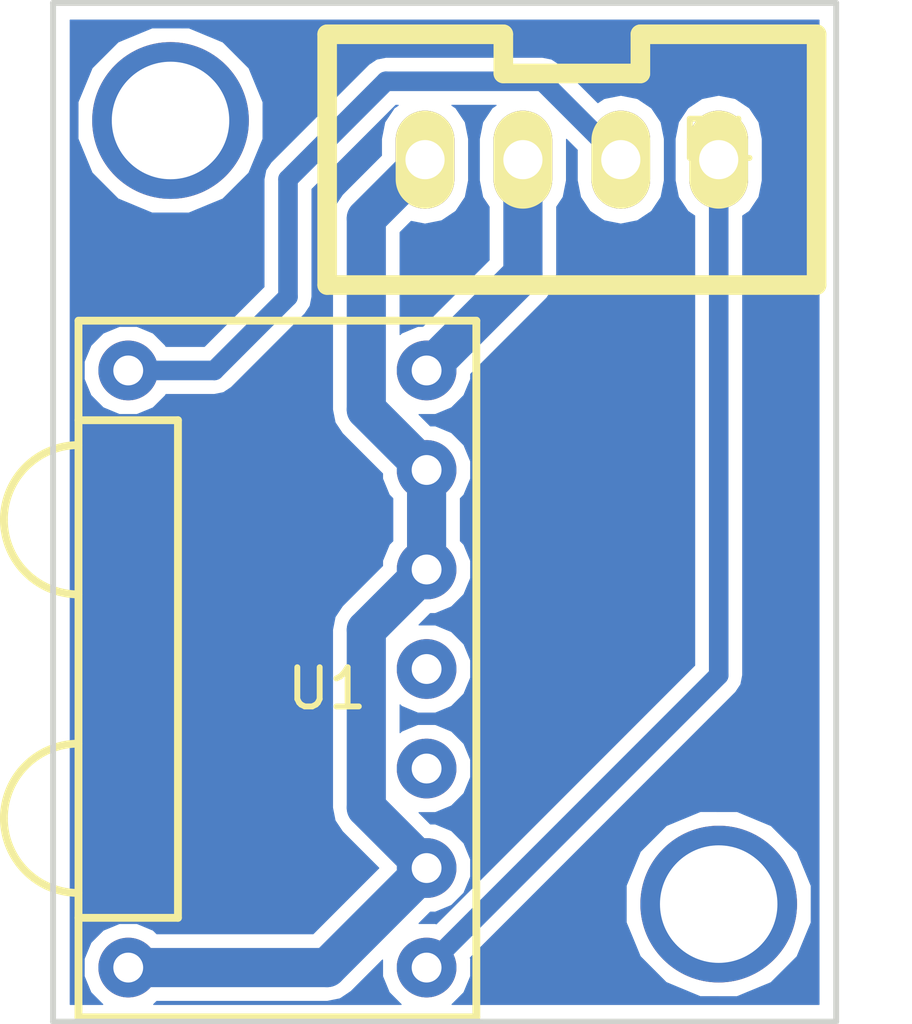
<source format=kicad_pcb>
(kicad_pcb (version 4) (host pcbnew 4.0.4-stable)

  (general
    (links 7)
    (no_connects 0)
    (area -0.075001 -0.075001 20.075001 26.075001)
    (thickness 1.6)
    (drawings 4)
    (tracks 21)
    (zones 0)
    (modules 2)
    (nets 5)
  )

  (page A4)
  (layers
    (0 F.Cu signal)
    (31 B.Cu signal)
    (32 B.Adhes user)
    (33 F.Adhes user)
    (34 B.Paste user)
    (35 F.Paste user)
    (36 B.SilkS user)
    (37 F.SilkS user)
    (38 B.Mask user)
    (39 F.Mask user)
    (40 Dwgs.User user)
    (41 Cmts.User user)
    (42 Eco1.User user)
    (43 Eco2.User user)
    (44 Edge.Cuts user)
    (45 Margin user)
    (46 B.CrtYd user)
    (47 F.CrtYd user)
    (48 B.Fab user)
    (49 F.Fab user)
  )

  (setup
    (last_trace_width 1)
    (user_trace_width 0.5)
    (user_trace_width 1)
    (trace_clearance 0.2)
    (zone_clearance 0.35)
    (zone_45_only no)
    (trace_min 0.2)
    (segment_width 0.2)
    (edge_width 0.15)
    (via_size 0.6)
    (via_drill 0.4)
    (via_min_size 0.4)
    (via_min_drill 0.3)
    (user_via 1.2 0.8)
    (user_via 4 3)
    (uvia_size 0.3)
    (uvia_drill 0.1)
    (uvias_allowed no)
    (uvia_min_size 0.2)
    (uvia_min_drill 0.1)
    (pcb_text_width 0.3)
    (pcb_text_size 1.5 1.5)
    (mod_edge_width 0.15)
    (mod_text_size 1 1)
    (mod_text_width 0.15)
    (pad_size 1.524 1.524)
    (pad_drill 0.762)
    (pad_to_mask_clearance 0.2)
    (aux_axis_origin 0 0)
    (visible_elements 7FFFFFFF)
    (pcbplotparams
      (layerselection 0x01000_80000000)
      (usegerberextensions false)
      (excludeedgelayer true)
      (linewidth 0.100000)
      (plotframeref false)
      (viasonmask false)
      (mode 1)
      (useauxorigin false)
      (hpglpennumber 1)
      (hpglpenspeed 20)
      (hpglpendiameter 15)
      (hpglpenoverlay 2)
      (psnegative false)
      (psa4output false)
      (plotreference true)
      (plotvalue true)
      (plotinvisibletext false)
      (padsonsilk false)
      (subtractmaskfromsilk false)
      (outputformat 1)
      (mirror false)
      (drillshape 0)
      (scaleselection 1)
      (outputdirectory ""))
  )

  (net 0 "")
  (net 1 /RXD)
  (net 2 /TXD)
  (net 3 +3.3V)
  (net 4 GND)

  (net_class Default "これは標準のネット クラスです。"
    (clearance 0.2)
    (trace_width 0.25)
    (via_dia 0.6)
    (via_drill 0.4)
    (uvia_dia 0.3)
    (uvia_drill 0.1)
    (add_net +3.3V)
    (add_net /RXD)
    (add_net /TXD)
    (add_net GND)
  )

  (module RP_KiCAD_Connector:XA_4T (layer F.Cu) (tedit 5763BB94) (tstamp 58204EEC)
    (at 17 4 180)
    (path /58204A09)
    (fp_text reference P1 (at 0 0.5 180) (layer F.SilkS)
      (effects (font (size 1 1) (thickness 0.15)))
    )
    (fp_text value CONN_01X04 (at 0 -0.5 180) (layer F.Fab)
      (effects (font (size 1 1) (thickness 0.15)))
    )
    (fp_line (start -2.5 3.2) (end 2 3.2) (layer F.SilkS) (width 0.5))
    (fp_line (start 2 3.2) (end 2 2.2) (layer F.SilkS) (width 0.5))
    (fp_line (start 2 2.2) (end 5.5 2.2) (layer F.SilkS) (width 0.5))
    (fp_line (start 5.5 2.2) (end 5.5 3.2) (layer F.SilkS) (width 0.5))
    (fp_line (start 5.5 3.2) (end 10 3.2) (layer F.SilkS) (width 0.5))
    (fp_line (start 10 -3.2) (end -2.5 -3.2) (layer F.SilkS) (width 0.5))
    (fp_line (start 10 3.2) (end 10 -3.2) (layer F.SilkS) (width 0.5))
    (fp_line (start -2.5 -3.2) (end -2.5 3.2) (layer F.SilkS) (width 0.5))
    (pad 4 thru_hole oval (at 0 0 180) (size 1.5 2.5) (drill 1) (layers *.Cu *.Mask F.SilkS)
      (net 1 /RXD))
    (pad 3 thru_hole oval (at 2.5 0 180) (size 1.5 2.5) (drill 1) (layers *.Cu *.Mask F.SilkS)
      (net 2 /TXD))
    (pad 2 thru_hole oval (at 5 0 180) (size 1.5 2.5) (drill 1) (layers *.Cu *.Mask F.SilkS)
      (net 3 +3.3V))
    (pad 1 thru_hole oval (at 7.5 0 180) (size 1.5 2.5) (drill 1) (layers *.Cu *.Mask F.SilkS)
      (net 4 GND))
    (model conn_XA/XA_4T.wrl
      (at (xyz 0.15 0 0))
      (scale (xyz 3.95 3.95 3.95))
      (rotate (xyz -90 0 0))
    )
  )

  (module RP_KiCAD_Libs:IrDA_AE-RPM851A (layer F.Cu) (tedit 582048F5) (tstamp 58204F04)
    (at 7 17)
    (path /58204967)
    (fp_text reference U1 (at 0 0.5) (layer F.SilkS)
      (effects (font (size 1 1) (thickness 0.15)))
    )
    (fp_text value IrDA_AE-RPM851A (at 0 -0.5) (layer F.Fab)
      (effects (font (size 1 1) (thickness 0.15)))
    )
    (fp_arc (start -6.35 3.81) (end -6.35 5.715) (angle 90) (layer F.SilkS) (width 0.2))
    (fp_arc (start -6.35 3.81) (end -8.255 3.81) (angle 90) (layer F.SilkS) (width 0.2))
    (fp_arc (start -6.35 -3.81) (end -6.35 -1.905) (angle 90) (layer F.SilkS) (width 0.2))
    (fp_arc (start -6.35 -3.81) (end -8.255 -3.81) (angle 90) (layer F.SilkS) (width 0.2))
    (fp_line (start -6.35 -6.35) (end -3.81 -6.35) (layer F.SilkS) (width 0.2))
    (fp_line (start -3.81 -6.35) (end -3.81 6.35) (layer F.SilkS) (width 0.2))
    (fp_line (start -3.81 6.35) (end -6.35 6.35) (layer F.SilkS) (width 0.2))
    (fp_line (start -6.35 -8.89) (end 3.81 -8.89) (layer F.SilkS) (width 0.2))
    (fp_line (start 3.81 -8.89) (end 3.81 8.89) (layer F.SilkS) (width 0.2))
    (fp_line (start 3.81 8.89) (end -6.35 8.89) (layer F.SilkS) (width 0.2))
    (fp_line (start -6.35 8.89) (end -6.35 -8.89) (layer F.SilkS) (width 0.2))
    (pad 11 thru_hole circle (at 2.54 0) (size 1.524 1.524) (drill 0.762) (layers *.Cu *.Mask))
    (pad 12 thru_hole circle (at 2.54 -2.54) (size 1.524 1.524) (drill 0.762) (layers *.Cu *.Mask)
      (net 4 GND))
    (pad 13 thru_hole circle (at 2.54 -5.08) (size 1.524 1.524) (drill 0.762) (layers *.Cu *.Mask)
      (net 4 GND))
    (pad 14 thru_hole circle (at 2.54 -7.62) (size 1.524 1.524) (drill 0.762) (layers *.Cu *.Mask)
      (net 3 +3.3V))
    (pad 10 thru_hole circle (at 2.54 2.54) (size 1.524 1.524) (drill 0.762) (layers *.Cu *.Mask))
    (pad 9 thru_hole circle (at 2.54 5.08) (size 1.524 1.524) (drill 0.762) (layers *.Cu *.Mask)
      (net 4 GND))
    (pad 8 thru_hole circle (at 2.54 7.62) (size 1.524 1.524) (drill 0.762) (layers *.Cu *.Mask)
      (net 1 /RXD))
    (pad 1 thru_hole circle (at -5.08 -7.62) (size 1.524 1.524) (drill 0.762) (layers *.Cu *.Mask)
      (net 2 /TXD))
    (pad 7 thru_hole circle (at -5.08 7.62) (size 1.524 1.524) (drill 0.762) (layers *.Cu *.Mask)
      (net 4 GND))
  )

  (gr_line (start 20 26) (end 0 26) (angle 90) (layer Edge.Cuts) (width 0.15))
  (gr_line (start 20 0) (end 20 26) (angle 90) (layer Edge.Cuts) (width 0.15))
  (gr_line (start 0 0) (end 20 0) (angle 90) (layer Edge.Cuts) (width 0.15))
  (gr_line (start 0 0) (end 0 26) (angle 90) (layer Edge.Cuts) (width 0.15))

  (via (at 17 23) (size 4) (drill 3) (layers F.Cu B.Cu) (net 0))
  (via (at 3 3) (size 4) (drill 3) (layers F.Cu B.Cu) (net 0))
  (segment (start 9.54 24.62) (end 17 17.16) (width 0.5) (layer B.Cu) (net 1) (status 400000))
  (segment (start 17 17.16) (end 17 4) (width 0.5) (layer B.Cu) (net 1) (tstamp 58204FBC) (status 800000))
  (segment (start 14.5 4) (end 12.5 2) (width 0.5) (layer B.Cu) (net 2) (status 400000))
  (segment (start 4.12 9.38) (end 1.92 9.38) (width 0.5) (layer B.Cu) (net 2) (tstamp 58204FC7) (status 800000))
  (segment (start 6 7.5) (end 4.12 9.38) (width 0.5) (layer B.Cu) (net 2) (tstamp 58204FC5))
  (segment (start 6 4.5) (end 6 7.5) (width 0.5) (layer B.Cu) (net 2) (tstamp 58204FC3))
  (segment (start 8.5 2) (end 6 4.5) (width 0.5) (layer B.Cu) (net 2) (tstamp 58204FC2))
  (segment (start 12.5 2) (end 8.5 2) (width 0.5) (layer B.Cu) (net 2) (tstamp 58204FC0))
  (segment (start 12 4) (end 12 6.92) (width 1) (layer B.Cu) (net 3) (status 400000))
  (segment (start 12 6.92) (end 9.54 9.38) (width 1) (layer B.Cu) (net 3) (tstamp 58204FD6) (status 800000))
  (segment (start 9.54 22.08) (end 7 24.62) (width 1) (layer B.Cu) (net 4) (status 400000))
  (segment (start 7 24.62) (end 1.92 24.62) (width 1) (layer B.Cu) (net 4) (tstamp 58204FB9) (status 800000))
  (segment (start 9.54 14.46) (end 8 16) (width 1) (layer B.Cu) (net 4) (status 400000))
  (segment (start 8 20.54) (end 9.54 22.08) (width 1) (layer B.Cu) (net 4) (tstamp 58204FB6) (status 800000))
  (segment (start 8 16) (end 8 20.54) (width 1) (layer B.Cu) (net 4) (tstamp 58204FB5))
  (segment (start 9.54 11.92) (end 9.54 14.46) (width 1) (layer B.Cu) (net 4) (status C00000))
  (segment (start 9.5 4) (end 8 5.5) (width 1) (layer B.Cu) (net 4) (status 400000))
  (segment (start 8 10.38) (end 9.54 11.92) (width 1) (layer B.Cu) (net 4) (tstamp 58204FB0) (status 800000))
  (segment (start 8 5.5) (end 8 10.38) (width 1) (layer B.Cu) (net 4) (tstamp 58204FAF))

  (zone (net 0) (net_name "") (layer B.Cu) (tstamp 58204FDD) (hatch edge 0.508)
    (connect_pads (clearance 0.35))
    (min_thickness 0.026)
    (fill yes (arc_segments 16) (thermal_gap 0.2) (thermal_bridge_width 0.2))
    (polygon
      (pts
        (xy 20 26) (xy 0 26) (xy 0 0) (xy 20 0)
      )
    )
    (filled_polygon
      (pts
        (xy 8.414805 24.842795) (xy 8.585715 25.256429) (xy 8.890754 25.562) (xy 2.568735 25.562) (xy 2.647873 25.483)
        (xy 7 25.483) (xy 7.330256 25.417308) (xy 7.610233 25.230233) (xy 8.41517 24.425296)
      )
    )
    (filled_polygon
      (pts
        (xy 19.562 25.562) (xy 10.188735 25.562) (xy 10.493172 25.258093) (xy 10.664804 24.844758) (xy 10.665195 24.397205)
        (xy 10.654819 24.372093) (xy 11.558944 23.467968) (xy 14.636591 23.467968) (xy 14.995578 24.336783) (xy 15.65972 25.002086)
        (xy 16.527908 25.362589) (xy 17.467968 25.363409) (xy 18.336783 25.004422) (xy 19.002086 24.34028) (xy 19.362589 23.472092)
        (xy 19.363409 22.532032) (xy 19.004422 21.663217) (xy 18.34028 20.997914) (xy 17.472092 20.637411) (xy 16.532032 20.636591)
        (xy 15.663217 20.995578) (xy 14.997914 21.65972) (xy 14.637411 22.527908) (xy 14.636591 23.467968) (xy 11.558944 23.467968)
        (xy 17.433456 17.593457) (xy 17.566338 17.394585) (xy 17.596919 17.240843) (xy 17.613 17.16) (xy 17.613 5.434881)
        (xy 17.78701 5.318611) (xy 18.028278 4.957528) (xy 18.113 4.531601) (xy 18.113 3.468399) (xy 18.028278 3.042472)
        (xy 17.78701 2.681389) (xy 17.425927 2.440121) (xy 17 2.355399) (xy 16.574073 2.440121) (xy 16.21299 2.681389)
        (xy 15.971722 3.042472) (xy 15.887 3.468399) (xy 15.887 4.531601) (xy 15.971722 4.957528) (xy 16.21299 5.318611)
        (xy 16.387 5.434881) (xy 16.387 16.906087) (xy 9.78817 23.504918) (xy 9.764758 23.495196) (xy 9.345636 23.49483)
        (xy 9.635382 23.205084) (xy 9.762795 23.205195) (xy 10.176429 23.034285) (xy 10.493172 22.718093) (xy 10.664804 22.304758)
        (xy 10.665195 21.857205) (xy 10.494285 21.443571) (xy 10.178093 21.126828) (xy 9.764758 20.955196) (xy 9.635549 20.955083)
        (xy 9.345296 20.66483) (xy 9.762795 20.665195) (xy 10.176429 20.494285) (xy 10.493172 20.178093) (xy 10.664804 19.764758)
        (xy 10.665195 19.317205) (xy 10.494285 18.903571) (xy 10.178093 18.586828) (xy 9.764758 18.415196) (xy 9.317205 18.414805)
        (xy 8.903571 18.585715) (xy 8.863 18.626215) (xy 8.863 17.914197) (xy 8.901907 17.953172) (xy 9.315242 18.124804)
        (xy 9.762795 18.125195) (xy 10.176429 17.954285) (xy 10.493172 17.638093) (xy 10.664804 17.224758) (xy 10.665195 16.777205)
        (xy 10.494285 16.363571) (xy 10.178093 16.046828) (xy 9.764758 15.875196) (xy 9.345636 15.87483) (xy 9.635382 15.585084)
        (xy 9.762795 15.585195) (xy 10.176429 15.414285) (xy 10.493172 15.098093) (xy 10.664804 14.684758) (xy 10.665195 14.237205)
        (xy 10.494285 13.823571) (xy 10.403 13.732127) (xy 10.403 12.648108) (xy 10.493172 12.558093) (xy 10.664804 12.144758)
        (xy 10.665195 11.697205) (xy 10.494285 11.283571) (xy 10.178093 10.966828) (xy 9.764758 10.795196) (xy 9.635549 10.795083)
        (xy 9.345296 10.50483) (xy 9.762795 10.505195) (xy 10.176429 10.334285) (xy 10.493172 10.018093) (xy 10.664804 9.604758)
        (xy 10.664917 9.475549) (xy 12.610233 7.530233) (xy 12.797308 7.250256) (xy 12.863 6.92) (xy 12.863 5.204884)
        (xy 13.028278 4.957528) (xy 13.113 4.531601) (xy 13.113 3.479913) (xy 13.387 3.753913) (xy 13.387 4.531601)
        (xy 13.471722 4.957528) (xy 13.71299 5.318611) (xy 14.074073 5.559879) (xy 14.5 5.644601) (xy 14.925927 5.559879)
        (xy 15.28701 5.318611) (xy 15.528278 4.957528) (xy 15.613 4.531601) (xy 15.613 3.468399) (xy 15.528278 3.042472)
        (xy 15.28701 2.681389) (xy 14.925927 2.440121) (xy 14.5 2.355399) (xy 14.074073 2.440121) (xy 13.913995 2.547082)
        (xy 12.933456 1.566544) (xy 12.734585 1.433662) (xy 12.5 1.387) (xy 8.5 1.387) (xy 8.265415 1.433662)
        (xy 8.066544 1.566543) (xy 5.566544 4.066544) (xy 5.433662 4.265415) (xy 5.387 4.5) (xy 5.387 7.246087)
        (xy 3.866088 8.767) (xy 2.883966 8.767) (xy 2.874285 8.743571) (xy 2.558093 8.426828) (xy 2.144758 8.255196)
        (xy 1.697205 8.254805) (xy 1.283571 8.425715) (xy 0.966828 8.741907) (xy 0.795196 9.155242) (xy 0.794805 9.602795)
        (xy 0.965715 10.016429) (xy 1.281907 10.333172) (xy 1.695242 10.504804) (xy 2.142795 10.505195) (xy 2.556429 10.334285)
        (xy 2.873172 10.018093) (xy 2.883592 9.993) (xy 4.12 9.993) (xy 4.354585 9.946338) (xy 4.553456 9.813456)
        (xy 6.433456 7.933457) (xy 6.566338 7.734585) (xy 6.569775 7.717308) (xy 6.613 7.5) (xy 6.613 4.753912)
        (xy 8.753913 2.613) (xy 8.815341 2.613) (xy 8.71299 2.681389) (xy 8.471722 3.042472) (xy 8.387 3.468399)
        (xy 8.387 3.892534) (xy 7.389767 4.889767) (xy 7.202692 5.169744) (xy 7.137 5.5) (xy 7.137 10.38)
        (xy 7.202692 10.710256) (xy 7.389767 10.990233) (xy 8.414916 12.015382) (xy 8.414805 12.142795) (xy 8.585715 12.556429)
        (xy 8.677 12.647873) (xy 8.677 13.731892) (xy 8.586828 13.821907) (xy 8.415196 14.235242) (xy 8.415083 14.364451)
        (xy 7.389767 15.389767) (xy 7.202692 15.669744) (xy 7.137 16) (xy 7.137 20.54) (xy 7.202692 20.870256)
        (xy 7.389767 21.150233) (xy 8.319534 22.08) (xy 6.642534 23.757) (xy 2.648108 23.757) (xy 2.558093 23.666828)
        (xy 2.144758 23.495196) (xy 1.697205 23.494805) (xy 1.283571 23.665715) (xy 0.966828 23.981907) (xy 0.795196 24.395242)
        (xy 0.794805 24.842795) (xy 0.965715 25.256429) (xy 1.270754 25.562) (xy 0.438 25.562) (xy 0.438 3.467968)
        (xy 0.636591 3.467968) (xy 0.995578 4.336783) (xy 1.65972 5.002086) (xy 2.527908 5.362589) (xy 3.467968 5.363409)
        (xy 4.336783 5.004422) (xy 5.002086 4.34028) (xy 5.362589 3.472092) (xy 5.363409 2.532032) (xy 5.004422 1.663217)
        (xy 4.34028 0.997914) (xy 3.472092 0.637411) (xy 2.532032 0.636591) (xy 1.663217 0.995578) (xy 0.997914 1.65972)
        (xy 0.637411 2.527908) (xy 0.636591 3.467968) (xy 0.438 3.467968) (xy 0.438 0.438) (xy 19.562 0.438)
      )
    )
    (filled_polygon
      (pts
        (xy 11.21299 2.681389) (xy 10.971722 3.042472) (xy 10.887 3.468399) (xy 10.887 4.531601) (xy 10.971722 4.957528)
        (xy 11.137 5.204884) (xy 11.137 6.562534) (xy 9.444618 8.254916) (xy 9.317205 8.254805) (xy 8.903571 8.425715)
        (xy 8.863 8.466215) (xy 8.863 5.857466) (xy 9.146233 5.574233) (xy 9.5 5.644601) (xy 9.925927 5.559879)
        (xy 10.28701 5.318611) (xy 10.528278 4.957528) (xy 10.613 4.531601) (xy 10.613 3.468399) (xy 10.528278 3.042472)
        (xy 10.28701 2.681389) (xy 10.184659 2.613) (xy 11.315341 2.613)
      )
    )
  )
)

</source>
